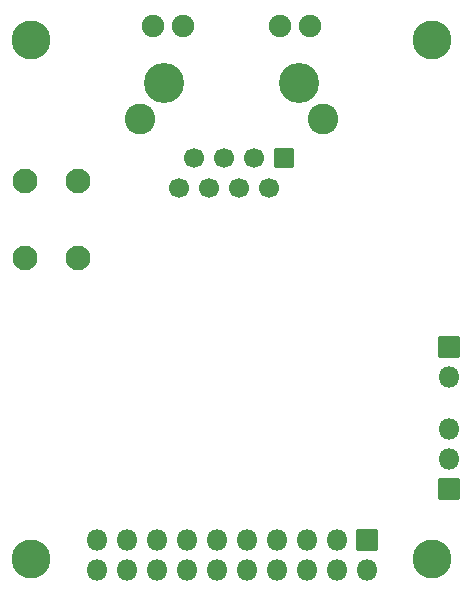
<source format=gbr>
%TF.GenerationSoftware,KiCad,Pcbnew,8.0.3*%
%TF.CreationDate,2025-10-09T18:02:22+02:00*%
%TF.ProjectId,LAN8742A-breakout,4c414e38-3734-4324-912d-627265616b6f,+ (Unreleased)*%
%TF.SameCoordinates,Original*%
%TF.FileFunction,Soldermask,Bot*%
%TF.FilePolarity,Negative*%
%FSLAX46Y46*%
G04 Gerber Fmt 4.6, Leading zero omitted, Abs format (unit mm)*
G04 Created by KiCad (PCBNEW 8.0.3) date 2025-10-09 18:02:22*
%MOMM*%
%LPD*%
G01*
G04 APERTURE LIST*
G04 Aperture macros list*
%AMRoundRect*
0 Rectangle with rounded corners*
0 $1 Rounding radius*
0 $2 $3 $4 $5 $6 $7 $8 $9 X,Y pos of 4 corners*
0 Add a 4 corners polygon primitive as box body*
4,1,4,$2,$3,$4,$5,$6,$7,$8,$9,$2,$3,0*
0 Add four circle primitives for the rounded corners*
1,1,$1+$1,$2,$3*
1,1,$1+$1,$4,$5*
1,1,$1+$1,$6,$7*
1,1,$1+$1,$8,$9*
0 Add four rect primitives between the rounded corners*
20,1,$1+$1,$2,$3,$4,$5,0*
20,1,$1+$1,$4,$5,$6,$7,0*
20,1,$1+$1,$6,$7,$8,$9,0*
20,1,$1+$1,$8,$9,$2,$3,0*%
G04 Aperture macros list end*
%ADD10C,3.300000*%
%ADD11RoundRect,0.050000X-0.850000X-0.850000X0.850000X-0.850000X0.850000X0.850000X-0.850000X0.850000X0*%
%ADD12O,1.800000X1.800000*%
%ADD13C,2.100000*%
%ADD14RoundRect,0.050000X-0.850000X0.850000X-0.850000X-0.850000X0.850000X-0.850000X0.850000X0.850000X0*%
%ADD15RoundRect,0.050000X0.850000X0.850000X-0.850000X0.850000X-0.850000X-0.850000X0.850000X-0.850000X0*%
%ADD16C,3.400000*%
%ADD17RoundRect,0.050000X0.800000X0.800000X-0.800000X0.800000X-0.800000X-0.800000X0.800000X-0.800000X0*%
%ADD18C,1.700000*%
%ADD19C,1.900000*%
%ADD20C,2.600000*%
G04 APERTURE END LIST*
D10*
%TO.C,H2*%
X100293981Y57000000D03*
%TD*%
D11*
%TO.C,J4*%
X101690981Y31000000D03*
D12*
X101690981Y28460000D03*
%TD*%
D10*
%TO.C,H4*%
X66293981Y13000000D03*
%TD*%
D13*
%TO.C,SW1*%
X65793981Y38500000D03*
X65793981Y45000000D03*
X70293981Y38500000D03*
X70293981Y45000000D03*
%TD*%
D14*
%TO.C,J2*%
X94739181Y14622000D03*
D12*
X94739181Y12082000D03*
X92199181Y14622000D03*
X92199181Y12082000D03*
X89659181Y14622000D03*
X89659181Y12082000D03*
X87119181Y14622000D03*
X87119181Y12082000D03*
X84579181Y14622000D03*
X84579181Y12082000D03*
X82039181Y14622000D03*
X82039181Y12082000D03*
X79499181Y14622000D03*
X79499181Y12082000D03*
X76959181Y14622000D03*
X76959181Y12082000D03*
X74419181Y14622000D03*
X74419181Y12082000D03*
X71879181Y14622000D03*
X71879181Y12082000D03*
%TD*%
D15*
%TO.C,J3*%
X101690981Y18920000D03*
D12*
X101690981Y21460000D03*
X101690981Y24000000D03*
%TD*%
D10*
%TO.C,H1*%
X66293981Y57000000D03*
%TD*%
%TO.C,H3*%
X100293981Y13000000D03*
%TD*%
D16*
%TO.C,J1*%
X89013981Y53296400D03*
X77583981Y53296400D03*
D17*
X87743981Y46946400D03*
D18*
X86473981Y44406400D03*
X85203981Y46946400D03*
X83933981Y44406400D03*
X82663981Y46946400D03*
X81393981Y44406400D03*
X80123981Y46946400D03*
X78853981Y44406400D03*
D19*
X89923981Y58186400D03*
X87383981Y58186400D03*
X79203981Y58186400D03*
X76663981Y58186400D03*
D20*
X91033981Y50246400D03*
X75553981Y50246400D03*
%TD*%
M02*

</source>
